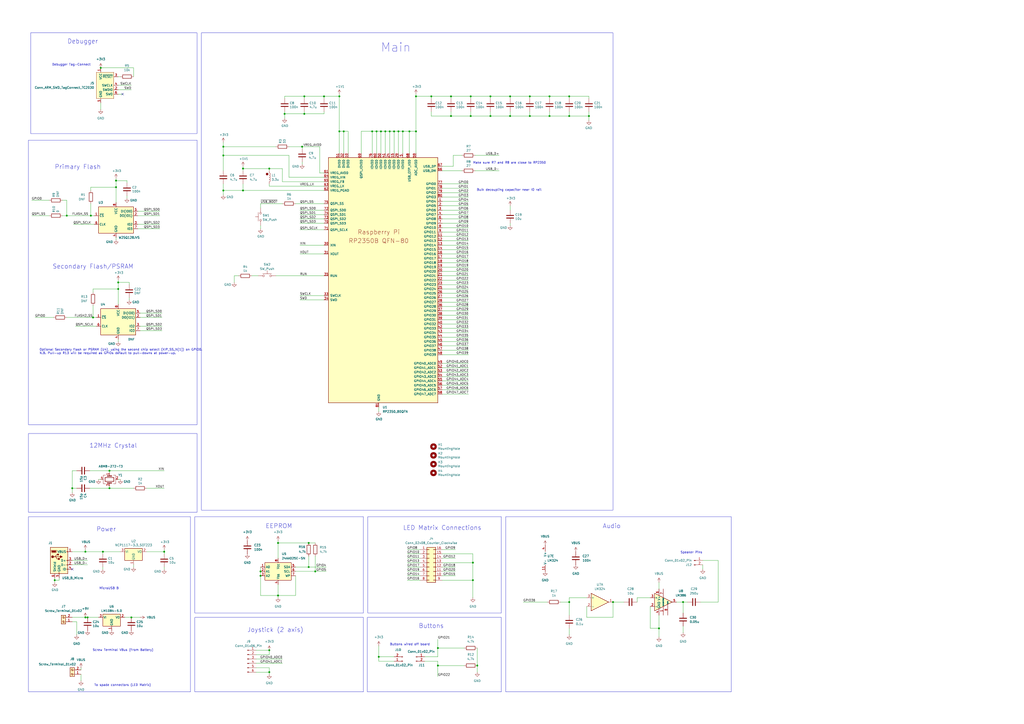
<source format=kicad_sch>
(kicad_sch (version 20250114) (generator "eeschema") (generator_version "9.0")
  (paper "A2")
  (title_block (title "RP2350B QFN80 Standalone Snake Game") (date "2024-01-03") (rev "REV2") (company "Raspberry Pi Ltd"))
  (rectangle (start 213.36 299.72) (end 290.83 355.6))
  (rectangle (start 293.37 299.72) (end 424.18 401.32))
  (rectangle (start 17.78 19.05) (end 114.3 77.47))
  (circle (center 154.94 100.965) (radius 0.635) (stroke (width 0) (color 132 0 0 1)) (fill (type color) (color 132 0 0 1)))
  (rectangle (start 113.03 299.72) (end 210.82 355.6))
  (rectangle (start 213.106 358.14) (end 290.83 401.32))
  (rectangle (start 16.51 81.28) (end 114.3 246.38))
  (rectangle (start 16.51 251.46) (end 114.3 297.18))
  (rectangle (start 116.84 19.05) (end 355.6 295.91))
  (rectangle (start 113.03 358.14) (end 210.82 401.32))
  (rectangle (start 16.51 299.72) (end 110.49 401.32))
  (text "Optional Secondary flash or PSRAM (U4), using the second chip select (XIP_SS_N[1]) on GPIO0.\nN.B. Pull-up R13 will be required as GPIOs default to pull-downs at power-up." (at 22.86 205.74 0) (effects (font (size 1.27 1.27)) (justify left bottom)))
  (text "12MHz Crystal" (at 51.816 260.096 0) (effects (font (size 2.54 2.54)) (justify left bottom)))
  (text "Buttons wired off board" (at 237.744 373.888 0) (effects (font (size 1.27 1.27))))
  (text "Audio" (at 354.838 305.308 0) (effects (font (size 2.54 2.54))))
  (text "To spade connectors (LED Matrix)" (at 71.12 397.51 0) (effects (font (size 1.27 1.27))))
  (text "LED Matrix Connections" (at 256.54 306.324 0) (effects (font (size 2.54 2.54))))
  (text "Buttons" (at 250.19 363.22 0) (effects (font (size 2.54 2.54))))
  (text "Speaker Pins" (at 401.066 320.548 0) (effects (font (size 1.27 1.27))))
  (text "Primary Flash" (at 31.75 98.425 0) (effects (font (size 2.54 2.54)) (justify left bottom)))
  (text "Bulk decoupling capacitor near IO rail" (at 295.402 110.236 0) (effects (font (size 1.27 1.27))))
  (text "Make sure R7 and R8 are close to RP2350\n" (at 274.32 95.25 0) (effects (font (size 1.27 1.27)) (justify left bottom)))
  (text "Screw Terminal VBus (From Battery)" (at 71.374 377.19 0) (effects (font (size 1.27 1.27))))
  (text "Main" (at 229.616 27.686 0) (effects (font (size 5.08 5.08))))
  (text "Secondary Flash/PSRAM" (at 30.48 156.21 0) (effects (font (size 2.54 2.54)) (justify left bottom)))
  (text "Joystick (2 axis)" (at 159.766 365.506 0) (effects (font (size 2.54 2.54))))
  (text "Debugger Tag-Connect" (at 41.402 37.592 0) (effects (font (size 1.27 1.27))))
  (text "Debugger" (at 48.006 24.13 0) (effects (font (size 2.54 2.54))))
  (text "MicroUSB B" (at 63.246 341.376 0) (effects (font (size 1.27 1.27))))
  (text "EEPROM" (at 161.798 305.308 0) (effects (font (size 2.54 2.54))))
  (text "Power" (at 55.88 308.61 0) (effects (font (size 2.54 2.54)) (justify left bottom)))
  (junction (at 140.97 110.49))
  (junction (at 330.2 349.25))
  (junction (at 161.29 345.44))
  (junction (at 318.77 55.88))
  (junction (at 129.54 110.49))
  (junction (at 241.3 76.2))
  (junction (at 215.9 76.2))
  (junction (at 341.63 67.31))
  (junction (at 179.07 314.96))
  (junction (at 151.13 334.01))
  (junction (at 196.85 76.2))
  (junction (at 176.53 66.04))
  (junction (at 241.3 55.88))
  (junction (at 218.44 76.2))
  (junction (at 49.53 320.04))
  (junction (at 49.53 358.14))
  (junction (at 31.75 336.55))
  (junction (at 41.91 283.21))
  (junction (at 68.58 163.83))
  (junction (at 273.05 67.31))
  (junction (at 284.48 67.31))
  (junction (at 151.13 331.47))
  (junction (at 179.07 328.93))
  (junction (at 231.14 76.2))
  (junction (at 176.53 55.88))
  (junction (at 228.6 76.2))
  (junction (at 250.19 55.88))
  (junction (at 330.2 67.31))
  (junction (at 129.54 85.09))
  (junction (at 254 375.92))
  (junction (at 382.27 364.49))
  (junction (at 307.34 67.31))
  (junction (at 226.06 76.2))
  (junction (at 261.62 55.88))
  (junction (at 67.31 104.775))
  (junction (at 220.98 76.2))
  (junction (at 284.48 55.88))
  (junction (at 175.26 85.09))
  (junction (at 196.85 55.88))
  (junction (at 67.31 108.585))
  (junction (at 233.68 76.2))
  (junction (at 274.32 336.55))
  (junction (at 274.32 326.39))
  (junction (at 318.77 67.31))
  (junction (at 53.975 184.15))
  (junction (at 76.2 358.14))
  (junction (at 330.2 55.88))
  (junction (at 254 386.08))
  (junction (at 182.88 331.47))
  (junction (at 63.5 273.05))
  (junction (at 59.69 320.04))
  (junction (at 187.96 55.88))
  (junction (at 161.29 314.96))
  (junction (at 396.24 349.25))
  (junction (at 156.21 377.19))
  (junction (at 156.21 389.89))
  (junction (at 261.62 67.31))
  (junction (at 63.5 283.21))
  (junction (at 50.8 358.14))
  (junction (at 219.71 381))
  (junction (at 276.86 386.08))
  (junction (at 295.91 55.88))
  (junction (at 68.58 167.64))
  (junction (at 58.42 39.37))
  (junction (at 156.21 97.79))
  (junction (at 295.91 67.31))
  (junction (at 199.39 76.2))
  (junction (at 307.34 55.88))
  (junction (at 52.705 125.095))
  (junction (at 237.49 76.2))
  (junction (at 355.6 349.25))
  (junction (at 140.97 97.79))
  (junction (at 38.735 125.095))
  (junction (at 95.25 320.04))
  (junction (at 273.05 55.88))
  (junction (at 223.52 76.2))
  (junction (at 165.1 66.04))
  (junction (at 129.54 90.17))
  (no_connect (at 71.12 54.61))
  (no_connect (at 41.91 330.2))
  (wire (pts (xy 246.38 383.54) (xy 254 383.54)))
  (wire (pts (xy 256.54 134.62) (xy 271.78 134.62)))
  (wire (pts (xy 129.54 106.68) (xy 129.54 110.49)))
  (wire (pts (xy 236.22 323.85) (xy 243.84 323.85)))
  (wire (pts (xy 406.4 349.25) (xy 416.56 349.25)))
  (wire (pts (xy 246.38 381) (xy 254 381)))
  (wire (pts (xy 256.54 127) (xy 271.78 127)))
  (wire (pts (xy 176.53 55.88) (xy 187.96 55.88)))
  (wire (pts (xy 129.54 90.17) (xy 167.64 90.17)))
  (wire (pts (xy 95.25 320.04) (xy 95.25 318.77)))
  (wire (pts (xy 254 392.43) (xy 254 386.08)))
  (wire (pts (xy 295.91 57.15) (xy 295.91 55.88)))
  (wire (pts (xy 295.91 64.77) (xy 295.91 67.31)))
  (wire (pts (xy 256.54 124.46) (xy 271.78 124.46)))
  (wire (pts (xy 129.54 110.49) (xy 129.54 113.03)))
  (wire (pts (xy 250.19 55.88) (xy 261.62 55.88)))
  (wire (pts (xy 228.6 76.2) (xy 231.14 76.2)))
  (wire (pts (xy 176.53 57.15) (xy 176.53 55.88)))
  (wire (pts (xy 187.96 133.35) (xy 173.99 133.35)))
  (wire (pts (xy 176.53 66.04) (xy 187.96 66.04)))
  (wire (pts (xy 36.195 125.095) (xy 38.735 125.095)))
  (wire (pts (xy 31.75 335.28) (xy 31.75 336.55)))
  (wire (pts (xy 74.93 163.83) (xy 68.58 163.83)))
  (wire (pts (xy 77.47 44.45) (xy 77.47 39.37)))
  (wire (pts (xy 165.1 64.77) (xy 165.1 66.04)))
  (wire (pts (xy 236.22 334.01) (xy 243.84 334.01)))
  (wire (pts (xy 256.54 336.55) (xy 274.32 336.55)))
  (wire (pts (xy 49.53 318.77) (xy 49.53 320.04)))
  (wire (pts (xy 256.54 96.52) (xy 262.89 96.52)))
  (wire (pts (xy 81.28 191.77) (xy 93.98 191.77)))
  (wire (pts (xy 256.54 228.6) (xy 271.78 228.6)))
  (wire (pts (xy 330.2 356.87) (xy 330.2 349.25)))
  (wire (pts (xy 256.54 321.31) (xy 274.32 321.31)))
  (wire (pts (xy 256.54 226.06) (xy 271.78 226.06)))
  (wire (pts (xy 274.32 336.55) (xy 274.32 346.71)))
  (wire (pts (xy 307.34 57.15) (xy 307.34 55.88)))
  (wire (pts (xy 187.96 171.45) (xy 173.99 171.45)))
  (wire (pts (xy 256.54 213.36) (xy 271.78 213.36)))
  (wire (pts (xy 182.88 331.47) (xy 189.23 331.47)))
  (wire (pts (xy 151.13 331.47) (xy 151.13 334.01)))
  (wire (pts (xy 52.07 283.21) (xy 63.5 283.21)))
  (wire (pts (xy 163.83 97.79) (xy 156.21 97.79)))
  (wire (pts (xy 284.48 57.15) (xy 284.48 55.88)))
  (wire (pts (xy 167.64 85.09) (xy 175.26 85.09)))
  (wire (pts (xy 129.54 85.09) (xy 160.02 85.09)))
  (wire (pts (xy 284.48 64.77) (xy 284.48 67.31)))
  (wire (pts (xy 175.26 85.09) (xy 185.42 85.09)))
  (wire (pts (xy 254 381) (xy 254 375.92)))
  (wire (pts (xy 330.2 346.71) (xy 330.2 349.25)))
  (wire (pts (xy 256.54 106.68) (xy 271.78 106.68)))
  (wire (pts (xy 236.22 321.31) (xy 243.84 321.31)))
  (wire (pts (xy 256.54 193.04) (xy 271.78 193.04)))
  (wire (pts (xy 148.59 377.19) (xy 156.21 377.19)))
  (wire (pts (xy 220.98 88.9) (xy 220.98 76.2)))
  (wire (pts (xy 68.58 44.45) (xy 69.85 44.45)))
  (wire (pts (xy 34.29 335.28) (xy 34.29 336.55)))
  (wire (pts (xy 256.54 180.34) (xy 271.78 180.34)))
  (wire (pts (xy 382.27 364.49) (xy 382.27 369.57)))
  (wire (pts (xy 241.3 76.2) (xy 241.3 88.9)))
  (wire (pts (xy 396.24 355.6) (xy 396.24 349.25)))
  (wire (pts (xy 151.13 118.11) (xy 151.13 120.65)))
  (wire (pts (xy 233.68 76.2) (xy 233.68 88.9)))
  (wire (pts (xy 52.705 118.11) (xy 52.705 125.095)))
  (wire (pts (xy 209.55 88.9) (xy 209.55 76.2)))
  (wire (pts (xy 256.54 334.01) (xy 264.16 334.01)))
  (wire (pts (xy 67.31 103.505) (xy 67.31 104.775)))
  (wire (pts (xy 18.415 116.205) (xy 28.575 116.205)))
  (wire (pts (xy 179.07 322.58) (xy 179.07 328.93)))
  (wire (pts (xy 318.77 55.88) (xy 330.2 55.88)))
  (wire (pts (xy 330.2 67.31) (xy 318.77 67.31)))
  (wire (pts (xy 41.91 358.14) (xy 49.53 358.14)))
  (wire (pts (xy 355.6 358.14) (xy 355.6 349.25)))
  (wire (pts (xy 223.52 76.2) (xy 226.06 76.2)))
  (wire (pts (xy 274.32 326.39) (xy 274.32 336.55)))
  (wire (pts (xy 41.91 327.66) (xy 50.8 327.66)))
  (wire (pts (xy 151.13 328.93) (xy 151.13 331.47)))
  (wire (pts (xy 256.54 154.94) (xy 271.78 154.94)))
  (wire (pts (xy 369.57 346.71) (xy 377.19 346.71)))
  (wire (pts (xy 295.91 67.31) (xy 284.48 67.31)))
  (wire (pts (xy 330.2 64.77) (xy 330.2 67.31)))
  (wire (pts (xy 355.6 349.25) (xy 361.95 349.25)))
  (wire (pts (xy 182.88 322.58) (xy 182.88 331.47)))
  (wire (pts (xy 196.85 55.88) (xy 196.85 76.2)))
  (wire (pts (xy 218.44 76.2) (xy 220.98 76.2)))
  (wire (pts (xy 167.64 90.17) (xy 167.64 102.87)))
  (wire (pts (xy 256.54 137.16) (xy 271.78 137.16)))
  (wire (pts (xy 171.45 345.44) (xy 161.29 345.44)))
  (wire (pts (xy 223.52 88.9) (xy 223.52 76.2)))
  (wire (pts (xy 52.705 108.585) (xy 67.31 108.585)))
  (wire (pts (xy 68.58 278.13) (xy 69.85 278.13)))
  (wire (pts (xy 68.58 167.64) (xy 68.58 176.53)))
  (wire (pts (xy 256.54 326.39) (xy 274.32 326.39)))
  (wire (pts (xy 220.98 76.2) (xy 223.52 76.2)))
  (wire (pts (xy 148.59 384.81) (xy 163.83 384.81)))
  (wire (pts (xy 59.69 321.31) (xy 59.69 320.04)))
  (wire (pts (xy 377.19 351.79) (xy 377.19 364.49)))
  (wire (pts (xy 256.54 175.26) (xy 271.78 175.26)))
  (wire (pts (xy 81.28 184.15) (xy 93.98 184.15)))
  (wire (pts (xy 138.43 160.02) (xy 135.89 160.02)))
  (wire (pts (xy 295.91 55.88) (xy 307.34 55.88)))
  (wire (pts (xy 392.43 349.25) (xy 396.24 349.25)))
  (wire (pts (xy 261.62 55.88) (xy 273.05 55.88)))
  (wire (pts (xy 52.705 110.49) (xy 52.705 108.585)))
  (wire (pts (xy 219.71 374.65) (xy 219.71 381)))
  (wire (pts (xy 129.54 110.49) (xy 140.97 110.49)))
  (wire (pts (xy 256.54 152.4) (xy 271.78 152.4)))
  (wire (pts (xy 156.21 107.95) (xy 187.96 107.95)))
  (wire (pts (xy 396.24 349.25) (xy 398.78 349.25)))
  (wire (pts (xy 261.62 64.77) (xy 261.62 67.31)))
  (wire (pts (xy 44.45 283.21) (xy 41.91 283.21)))
  (wire (pts (xy 256.54 129.54) (xy 271.78 129.54)))
  (wire (pts (xy 256.54 177.8) (xy 271.78 177.8)))
  (wire (pts (xy 161.29 314.96) (xy 161.29 323.85)))
  (wire (pts (xy 80.01 132.715) (xy 92.71 132.715)))
  (wire (pts (xy 140.97 96.52) (xy 140.97 97.79)))
  (wire (pts (xy 171.45 118.11) (xy 187.96 118.11)))
  (wire (pts (xy 165.1 57.15) (xy 165.1 55.88)))
  (wire (pts (xy 50.8 358.14) (xy 57.15 358.14)))
  (wire (pts (xy 219.71 381) (xy 219.71 383.54)))
  (wire (pts (xy 175.26 95.25) (xy 175.26 93.98)))
  (wire (pts (xy 156.21 107.95) (xy 156.21 106.68)))
  (wire (pts (xy 175.26 85.09) (xy 175.26 86.36)))
  (wire (pts (xy 76.2 49.53) (xy 68.58 49.53)))
  (wire (pts (xy 231.14 76.2) (xy 233.68 76.2)))
  (wire (pts (xy 236.22 336.55) (xy 243.84 336.55)))
  (wire (pts (xy 369.57 349.25) (xy 369.57 346.71)))
  (wire (pts (xy 256.54 187.96) (xy 271.78 187.96)))
  (wire (pts (xy 41.91 283.21) (xy 41.91 285.75)))
  (wire (pts (xy 67.31 137.795) (xy 67.31 139.065)))
  (wire (pts (xy 256.54 149.86) (xy 271.78 149.86)))
  (wire (pts (xy 396.24 363.22) (xy 396.24 367.03)))
  (wire (pts (xy 53.975 184.15) (xy 55.88 184.15)))
  (wire (pts (xy 275.59 99.06) (xy 289.56 99.06)))
  (wire (pts (xy 196.85 76.2) (xy 196.85 88.9)))
  (wire (pts (xy 163.83 105.41) (xy 163.83 97.79)))
  (wire (pts (xy 49.53 358.14) (xy 50.8 358.14)))
  (wire (pts (xy 256.54 198.12) (xy 271.78 198.12)))
  (wire (pts (xy 57.15 278.13) (xy 58.42 278.13)))
  (wire (pts (xy 416.56 325.12) (xy 407.67 325.12)))
  (wire (pts (xy 256.54 210.82) (xy 271.78 210.82)))
  (wire (pts (xy 303.53 349.25) (xy 317.5 349.25)))
  (wire (pts (xy 256.54 111.76) (xy 271.78 111.76)))
  (wire (pts (xy 151.13 345.44) (xy 161.29 345.44)))
  (wire (pts (xy 295.91 119.38) (xy 295.91 121.92)))
  (wire (pts (xy 256.54 170.18) (xy 271.78 170.18)))
  (wire (pts (xy 256.54 323.85) (xy 264.16 323.85)))
  (wire (pts (xy 254 370.84) (xy 254 375.92)))
  (wire (pts (xy 36.195 116.205) (xy 38.735 116.205)))
  (wire (pts (xy 256.54 119.38) (xy 271.78 119.38)))
  (wire (pts (xy 53.975 169.545) (xy 53.975 167.64)))
  (wire (pts (xy 49.53 320.04) (xy 59.69 320.04)))
  (wire (pts (xy 46.99 388.62) (xy 46.99 387.35)))
  (wire (pts (xy 67.31 108.585) (xy 67.31 117.475)))
  (wire (pts (xy 43.815 189.23) (xy 55.88 189.23)))
  (wire (pts (xy 165.1 66.04) (xy 165.1 68.58)))
  (wire (pts (xy 226.06 76.2) (xy 228.6 76.2)))
  (wire (pts (xy 256.54 121.92) (xy 271.78 121.92)))
  (wire (pts (xy 85.09 320.04) (xy 95.25 320.04)))
  (wire (pts (xy 340.36 358.14) (xy 355.6 358.14)))
  (wire (pts (xy 176.53 64.77) (xy 176.53 66.04)))
  (wire (pts (xy 330.2 55.88) (xy 341.63 55.88)))
  (wire (pts (xy 273.05 57.15) (xy 273.05 55.88)))
  (wire (pts (xy 67.31 104.775) (xy 67.31 108.585)))
  (wire (pts (xy 52.07 273.05) (xy 63.5 273.05)))
  (wire (pts (xy 179.07 328.93) (xy 189.23 328.93)))
  (wire (pts (xy 80.01 130.175) (xy 92.71 130.175)))
  (wire (pts (xy 173.99 142.24) (xy 187.96 142.24)))
  (wire (pts (xy 219.71 236.22) (xy 219.71 238.76)))
  (wire (pts (xy 382.27 337.82) (xy 382.27 341.63)))
  (wire (pts (xy 173.99 127) (xy 187.96 127)))
  (wire (pts (xy 41.91 273.05) (xy 41.91 283.21)))
  (wire (pts (xy 59.69 328.93) (xy 59.69 330.2)))
  (wire (pts (xy 46.99 391.16) (xy 46.99 394.97)))
  (wire (pts (xy 68.58 52.07) (xy 76.2 52.07)))
  (wire (pts (xy 201.93 76.2) (xy 201.93 88.9)))
  (wire (pts (xy 179.07 314.96) (xy 161.29 314.96)))
  (wire (pts (xy 215.9 88.9) (xy 215.9 76.2)))
  (wire (pts (xy 148.59 382.27) (xy 163.83 382.27)))
  (wire (pts (xy 165.1 55.88) (xy 176.53 55.88)))
  (wire (pts (xy 256.54 147.32) (xy 271.78 147.32)))
  (wire (pts (xy 42.545 130.175) (xy 54.61 130.175)))
  (wire (pts (xy 73.66 104.775) (xy 67.31 104.775)))
  (wire (pts (xy 256.54 185.42) (xy 271.78 185.42)))
  (wire (pts (xy 156.21 379.73) (xy 156.21 377.19)))
  (wire (pts (xy 341.63 57.15) (xy 341.63 55.88)))
  (wire (pts (xy 173.99 121.92) (xy 187.96 121.92)))
  (wire (pts (xy 330.2 364.49) (xy 330.2 368.3)))
  (wire (pts (xy 262.89 90.17) (xy 262.89 96.52)))
  (wire (pts (xy 76.2 358.14) (xy 81.28 358.14)))
  (wire (pts (xy 38.735 125.095) (xy 52.705 125.095)))
  (wire (pts (xy 68.58 196.85) (xy 68.58 198.12)))
  (wire (pts (xy 318.77 64.77) (xy 318.77 67.31)))
  (wire (pts (xy 241.3 54.61) (xy 241.3 55.88)))
  (wire (pts (xy 318.77 57.15) (xy 318.77 55.88)))
  (wire (pts (xy 173.99 124.46) (xy 187.96 124.46)))
  (wire (pts (xy 68.58 163.83) (xy 68.58 167.64)))
  (wire (pts (xy 173.99 129.54) (xy 187.96 129.54)))
  (wire (pts (xy 63.5 281.94) (xy 63.5 283.21)))
  (wire (pts (xy 330.2 57.15) (xy 330.2 55.88)))
  (wire (pts (xy 254 383.54) (xy 254 386.08)))
  (wire (pts (xy 68.58 54.61) (xy 71.12 54.61)))
  (wire (pts (xy 273.05 55.88) (xy 284.48 55.88)))
  (wire (pts (xy 146.05 160.02) (xy 149.86 160.02)))
  (wire (pts (xy 341.63 67.31) (xy 330.2 67.31)))
  (wire (pts (xy 73.66 106.045) (xy 73.66 104.775)))
  (wire (pts (xy 256.54 165.1) (xy 271.78 165.1)))
  (wire (pts (xy 187.96 55.88) (xy 196.85 55.88)))
  (wire (pts (xy 276.86 386.08) (xy 276.86 389.89)))
  (wire (pts (xy 307.34 55.88) (xy 318.77 55.88)))
  (wire (pts (xy 58.42 59.69) (xy 58.42 63.5)))
  (wire (pts (xy 140.97 110.49) (xy 187.96 110.49)))
  (wire (pts (xy 148.59 379.73) (xy 156.21 379.73)))
  (wire (pts (xy 382.27 356.87) (xy 382.27 364.49)))
  (wire (pts (xy 318.77 67.31) (xy 307.34 67.31)))
  (wire (pts (xy 254 375.92) (xy 269.24 375.92)))
  (wire (pts (xy 295.91 129.54) (xy 295.91 130.81)))
  (wire (pts (xy 179.07 314.96) (xy 182.88 314.96)))
  (wire (pts (xy 256.54 215.9) (xy 271.78 215.9)))
  (wire (pts (xy 377.19 364.49) (xy 382.27 364.49)))
  (wire (pts (xy 241.3 55.88) (xy 250.19 55.88)))
  (wire (pts (xy 236.22 328.93) (xy 243.84 328.93)))
  (wire (pts (xy 161.29 313.69) (xy 161.29 314.96)))
  (wire (pts (xy 140.97 106.68) (xy 140.97 110.49)))
  (wire (pts (xy 148.59 389.89) (xy 156.21 389.89)))
  (wire (pts (xy 340.36 346.71) (xy 330.2 346.71)))
  (wire (pts (xy 34.29 336.55) (xy 31.75 336.55)))
  (wire (pts (xy 185.42 85.09) (xy 185.42 100.33)))
  (wire (pts (xy 307.34 64.77) (xy 307.34 67.31)))
  (wire (pts (xy 53.975 177.165) (xy 53.975 184.15)))
  (wire (pts (xy 187.96 173.99) (xy 173.99 173.99)))
  (wire (pts (xy 262.89 90.17) (xy 267.97 90.17)))
  (wire (pts (xy 256.54 218.44) (xy 271.78 218.44)))
  (wire (pts (xy 256.54 157.48) (xy 271.78 157.48)))
  (wire (pts (xy 163.83 118.11) (xy 151.13 118.11)))
  (wire (pts (xy 20.32 184.15) (xy 31.115 184.15)))
  (wire (pts (xy 199.39 76.2) (xy 201.93 76.2)))
  (wire (pts (xy 63.5 283.21) (xy 77.47 283.21)))
  (wire (pts (xy 274.32 321.31) (xy 274.32 326.39)))
  (wire (pts (xy 68.58 162.56) (xy 68.58 163.83)))
  (wire (pts (xy 185.42 100.33) (xy 187.96 100.33)))
  (wire (pts (xy 218.44 88.9) (xy 218.44 76.2)))
  (wire (pts (xy 44.45 360.68) (xy 44.45 368.3)))
  (wire (pts (xy 151.13 130.81) (xy 151.13 132.715)))
  (wire (pts (xy 156.21 387.35) (xy 156.21 389.89)))
  (wire (pts (xy 273.05 64.77) (xy 273.05 67.31)))
  (wire (pts (xy 44.45 273.05) (xy 41.91 273.05)))
  (wire (pts (xy 256.54 205.74) (xy 271.78 205.74)))
  (wire (pts (xy 38.735 116.205) (xy 38.735 125.095)))
  (wire (pts (xy 171.45 334.01) (xy 171.45 345.44)))
  (wire (pts (xy 275.59 90.17) (xy 289.56 90.17)))
  (wire (pts (xy 219.71 383.54) (xy 228.6 383.54)))
  (wire (pts (xy 256.54 167.64) (xy 271.78 167.64)))
  (wire (pts (xy 231.14 88.9) (xy 231.14 76.2)))
  (wire (pts (xy 161.29 345.44) (xy 161.29 339.09)))
  (wire (pts (xy 196.85 54.61) (xy 196.85 55.88)))
  (wire (pts (xy 72.39 358.14) (xy 76.2 358.14)))
  (wire (pts (xy 129.54 85.09) (xy 129.54 90.17)))
  (wire (pts (xy 171.45 331.47) (xy 182.88 331.47)))
  (wire (pts (xy 256.54 162.56) (xy 271.78 162.56)))
  (wire (pts (xy 140.97 97.79) (xy 156.21 97.79)))
  (wire (pts (xy 237.49 88.9) (xy 237.49 76.2)))
  (wire (pts (xy 236.22 331.47) (xy 243.84 331.47)))
  (wire (pts (xy 236.22 318.77) (xy 243.84 318.77)))
  (wire (pts (xy 341.63 67.31) (xy 341.63 69.85)))
  (wire (pts (xy 237.49 76.2) (xy 241.3 76.2)))
  (wire (pts (xy 233.68 76.2) (xy 237.49 76.2)))
  (wire (pts (xy 256.54 190.5) (xy 271.78 190.5)))
  (wire (pts (xy 273.05 67.31) (xy 261.62 67.31)))
  (wire (pts (xy 284.48 67.31) (xy 273.05 67.31)))
  (wire (pts (xy 256.54 331.47) (xy 264.16 331.47)))
  (wire (pts (xy 276.86 375.92) (xy 276.86 386.08)))
  (wire (pts (xy 63.5 273.05) (xy 95.25 273.05)))
  (wire (pts (xy 256.54 132.08) (xy 271.78 132.08)))
  (wire (pts (xy 407.67 327.66) (xy 407.67 330.2)))
  (wire (pts (xy 129.54 82.55) (xy 129.54 85.09)))
  (wire (pts (xy 156.21 97.79) (xy 156.21 99.06)))
  (wire (pts (xy 215.9 76.2) (xy 218.44 76.2)))
  (wire (pts (xy 330.2 349.25) (xy 325.12 349.25)))
  (wire (pts (xy 256.54 200.66) (xy 271.78 200.66)))
  (wire (pts (xy 226.06 88.9) (xy 226.06 76.2)))
  (wire (pts (xy 77.47 39.37) (xy 58.42 39.37)))
  (wire (pts (xy 151.13 334.01) (xy 151.13 345.44)))
  (wire (pts (xy 256.54 203.2) (xy 271.78 203.2)))
  (wire (pts (xy 250.19 57.15) (xy 250.19 55.88)))
  (wire (pts (xy 77.47 327.66) (xy 77.47 328.93)))
  (wire (pts (xy 236.22 326.39) (xy 243.84 326.39)))
  (wire (pts (xy 256.54 182.88) (xy 271.78 182.88)))
  (wire (pts (xy 256.54 172.72) (xy 271.78 172.72)))
  (wire (pts (xy 41.91 325.12) (xy 50.8 325.12)))
  (wire (pts (xy 187.96 57.15) (xy 187.96 55.88)))
  (wire (pts (xy 256.54 114.3) (xy 271.78 114.3)))
  (wire (pts (xy 256.54 144.78) (xy 271.78 144.78)))
  (wire (pts (xy 256.54 160.02) (xy 271.78 160.02)))
  (wire (pts (xy 95.25 321.31) (xy 95.25 320.04)))
  (wire (pts (xy 307.34 67.31) (xy 295.91 67.31)))
  (wire (pts (xy 256.54 116.84) (xy 271.78 116.84)))
  (wire (pts (xy 165.1 66.04) (xy 176.53 66.04)))
  (wire (pts (xy 209.55 76.2) (xy 215.9 76.2)))
  (wire (pts (xy 148.59 387.35) (xy 156.21 387.35)))
  (wire (pts (xy 52.705 125.095) (xy 54.61 125.095)))
  (wire (pts (xy 256.54 195.58) (xy 271.78 195.58)))
  (wire (pts (xy 167.64 102.87) (xy 187.96 102.87)))
  (wire (pts (xy 41.91 320.04) (xy 49.53 320.04)))
  (wire (pts (xy 199.39 76.2) (xy 196.85 76.2)))
  (wire (pts (xy 69.85 320.04) (xy 59.69 320.04)))
  (wire (pts (xy 340.36 351.79) (xy 340.36 358.14)))
  (wire (pts (xy 228.6 76.2) (xy 228.6 88.9)))
  (wire (pts (xy 187.96 105.41) (xy 163.83 105.41)))
  (wire (pts (xy 74.93 165.1) (xy 74.93 163.83)))
  (wire (pts (xy 31.75 336.55) (xy 31.75 337.82)))
  (wire (pts (xy 219.71 381) (xy 228.6 381)))
  (wire (pts (xy 95.25 328.93) (xy 95.25 330.2)))
  (wire (pts (xy 261.62 57.15) (xy 261.62 55.88)))
  (wire (pts (xy 74.93 172.72) (xy 74.93 173.99)))
  (wire (pts (xy 81.28 189.23) (xy 93.98 189.23)))
  (wire (pts (xy 161.29 346.71) (xy 161.29 345.44)))
  (wire (pts (xy 256.54 99.06) (xy 267.97 99.06)))
  (wire (pts (xy 261.62 67.31) (xy 250.19 67.31)))
  (wire (pts (xy 171.45 328.93) (xy 179.07 328.93)))
  (wire (pts (xy 135.89 160.02) (xy 135.89 163.83)))
  (wire (pts (xy 250.19 64.77) (xy 250.19 67.31)))
  (wire (pts (xy 63.5 274.32) (xy 63.5 273.05)))
  (wire (pts (xy 241.3 55.88) (xy 241.3 76.2)))
  (wire (pts (xy 254 386.08) (xy 269.24 386.08)))
  (wire (pts (xy 140.97 99.06) (xy 140.97 97.79)))
  (wire (pts (xy 256.54 139.7) (xy 271.78 139.7)))
  (wire (pts (xy 256.54 109.22) (xy 271.78 109.22)))
  (wire (pts (xy 256.54 220.98) (xy 271.78 220.98)))
  (wire (pts (xy 264.16 318.77) (xy 256.54 318.77)))
  (wire (pts (xy 256.54 328.93) (xy 264.16 328.93)))
  (wire (pts (xy 53.975 167.64) (xy 68.58 167.64)))
  (wire (pts (xy 416.56 349.25) (xy 416.56 325.12)))
  (wire (pts (xy 85.09 283.21) (xy 95.25 283.21)))
  (wire (pts (xy 256.54 223.52) (xy 271.78 223.52)))
  (wire (pts (xy 80.01 122.555) (xy 92.71 122.555)))
  (wire (pts (xy 81.28 181.61) (xy 93.98 181.61)))
  (wire (pts (xy 284.48 55.88) (xy 295.91 55.88)))
  (wire (pts (xy 187.96 147.32) (xy 173.99 147.32)))
  (wire (pts (xy 18.415 125.095) (xy 28.575 125.095)))
  (wire (pts (xy 156.21 389.89) (xy 156.21 391.16)))
  (wire (pts (xy 80.01 125.095) (xy 92.71 125.095)))
  (wire (pts (xy 187.96 66.04) (xy 187.96 64.77)))
  (wire (pts (xy 129.54 90.17) (xy 129.54 99.06)))
  (wire (pts (xy 199.39 88.9) (xy 199.39 76.2)))
  (wire (pts (xy 160.02 160.02) (xy 187.96 160.02)))
  (wire (pts (xy 341.63 64.77) (xy 341.63 67.31)))
  (wire (pts (xy 41.91 360.68) (xy 44.45 360.68)))
  (wire (pts (xy 38.735 184.15) (xy 53.975 184.15)))
  (wire (pts (xy 73.66 113.665) (xy 73.66 114.935)))
  (wire (pts (xy 256.54 142.24) (xy 271.78 142.24)))
  (label "XIN" (at 173.99 142.24 0))
  (label "SWCLK" (at 76.2 49.53 180))
  (label "USB_D+" (at 289.56 90.17 180))
  (label "GPIO33" (at 271.78 190.5 180))
  (label "GPIO40_ADC0" (at 271.78 210.82 180))
  (label "GPIO32" (at 271.78 187.96 180))
  (label "GPIO45_ADC5" (at 271.78 223.52 180))
  (label "GPIO13" (at 236.22 326.39 0))
  (label "GPIO41_ADC1" (at 271.78 213.36 180))
  (label "XOUT" (at 173.99 147.32 0))
  (label "GPIO9" (at 264.16 318.77 180))
  (label "GPIO18" (at 271.78 152.4 180))
  (label "GPIO11" (at 236.22 323.85 0))
  (label "FLASH2_SS" (at 43.18 184.15 0))
  (label "~{USB_BOOT}" (at 151.13 118.11 0))
  (label "GPIO21" (at 254 370.84 0))
  (label "GPIO12" (at 271.78 137.16 180))
  (label "GPIO8" (at 271.78 127 180))
  (label "QSPI_SD2" (at 92.71 130.175 180))
  (label "GPIO14" (at 236.22 334.01 0))
  (label "GPIO3" (at 271.78 114.3 180))
  (label "GPIO0" (at 18.415 116.205 0))
  (label "GPIO25" (at 271.78 170.18 180))
  (label "GPIO10" (at 236.22 321.31 0))
  (label "GPIO13" (at 271.78 139.7 180))
  (label "GPIO36" (at 271.78 198.12 180))
  (label "GPIO2" (at 271.78 111.76 180))
  (label "XIN" (at 95.25 273.05 180))
  (label "GPIO38" (at 271.78 203.2 180))
  (label "GPIO18" (at 264.16 328.93 180))
  (label "RUN" (at 173.99 160.02 0))
  (label "GPIO16" (at 271.78 147.32 180))
  (label "SWD" (at 76.2 52.07 180))
  (label "QSPI_SD0" (at 173.99 121.92 0))
  (label "GPIO5" (at 271.78 119.38 180))
  (label "QSPI_SD0" (at 92.71 122.555 180))
  (label "GPIO43_ADC3" (at 271.78 218.44 180))
  (label "QSPI_SS" (at 173.99 118.11 0))
  (label "SWCLK" (at 173.99 171.45 0))
  (label "GPIO1" (at 271.78 109.22 180))
  (label "GPIO21" (at 271.78 160.02 180))
  (label "QSPI_SD2" (at 93.98 189.23 180))
  (label "GPIO35" (at 271.78 195.58 180))
  (label "GPIO37" (at 271.78 200.66 180))
  (label "GPIO20" (at 271.78 157.48 180))
  (label "GPIO7" (at 271.78 124.46 180))
  (label "QSPI_SD3" (at 92.71 132.715 180))
  (label "XOUT" (at 95.25 283.21 180))
  (label "GPIO41_ADC1" (at 163.83 384.81 180))
  (label "GPIO17" (at 271.78 149.86 180))
  (label "GPIO47_ADC7" (at 271.78 228.6 180))
  (label "GPIO39" (at 271.78 205.74 180))
  (label "QSPI_SS" (at 18.415 125.095 0))
  (label "GPIO29" (at 271.78 180.34 180))
  (label "QSPI_SD0" (at 93.98 181.61 180))
  (label "QSPI_SD2" (at 173.99 127 0))
  (label "FLASH_SS" (at 41.91 125.095 0))
  (label "USB_D+" (at 50.8 325.12 180))
  (label "VREG_LX" (at 173.99 107.95 0))
  (label "GPIO6" (at 271.78 121.92 180))
  (label "GPIO20" (at 264.16 331.47 180))
  (label "GPIO42_ADC2" (at 271.78 215.9 180))
  (label "GPIO31" (at 271.78 185.42 180))
  (label "USB_D-" (at 289.56 99.06 180))
  (label "GPIO10" (at 271.78 132.08 180))
  (label "QSPI_SCLK" (at 43.815 189.23 0))
  (label "GPIO28" (at 271.78 177.8 180))
  (label "GPIO0" (at 271.78 106.68 180))
  (label "QSPI_SD1" (at 93.98 184.15 180))
  (label "GPIO17" (at 236.22 328.93 0))
  (label "GPIO14" (at 271.78 142.24 180))
  (label "VREG_AVDD" (at 175.895 85.09 0))
  (label "GPIO23" (at 271.78 165.1 180))
  (label "GPIO16" (at 236.22 336.55 0))
  (label "GPIO8" (at 236.22 318.77 0))
  (label "USB_D-" (at 50.8 327.66 180))
  (label "GPIO40_ADC0" (at 163.83 382.27 180))
  (label "GPIO15" (at 271.78 144.78 180))
  (label "GPIO9" (at 271.78 129.54 180))
  (label "GPIO27" (at 271.78 175.26 180))
  (label "GPIO4" (at 189.23 328.93 180))
  (label "QSPI_SD1" (at 173.99 124.46 0))
  (label "GPIO44_ADC4" (at 271.78 220.98 180))
  (label "GPIO30" (at 271.78 182.88 180))
  (label "GPIO5" (at 189.23 331.47 180))
  (label "QSPI_SD3" (at 93.98 191.77 180))
  (label "QSPI_SCLK" (at 173.99 133.35 0))
  (label "QSPI_SCLK" (at 42.545 130.175 0))
  (label "GPIO34" (at 271.78 193.04 180))
  (label "GPIO12" (at 264.16 323.85 180))
  (label "GPIO22" (at 271.78 162.56 180))
  (label "GPIO46_ADC6" (at 271.78 226.06 180))
  (label "GPIO15" (at 264.16 334.01 180))
  (label "GPIO0" (at 20.32 184.15 0))
  (label "GPIO11" (at 271.78 134.62 180))
  (label "GPIO22" (at 254 392.43 0))
  (label "QSPI_SD1" (at 92.71 125.095 180))
  (label "GPIO36" (at 303.53 349.25 0))
  (label "SWD" (at 173.99 173.99 0))
  (label "GPIO24" (at 271.78 167.64 180))
  (label "GPIO19" (at 236.22 331.47 0))
  (label "GPIO4" (at 271.78 116.84 180))
  (label "QSPI_SD3" (at 173.99 129.54 0))
  (label "GPIO19" (at 271.78 154.94 180))
  (label "GPIO26" (at 271.78 172.72 180))
  (symbol (lib_id "Device:C") (at 48.26 273.05 270) (unit 1)
    (property "Reference" "C3" (at 49.4284 275.971 0) (effects (justify left)))
    (property "Value" "15p" (at 47.117 275.971 0) (effects (justify left)))
    (property "Footprint" "Capacitor_SMD:C_0402_1005Metric" (effects (hide yes)))
  )
  (symbol (lib_id "Device:C") (at 48.26 283.21 270) (unit 1)
    (property "Reference" "C4" (at 49.4284 286.131 0) (effects (justify left)))
    (property "Value" "15p" (at 47.117 286.131 0) (effects (justify left)))
    (property "Footprint" "Capacitor_SMD:C_0402_1005Metric" (effects (hide yes)))
  )
  (symbol (lib_id "power:GND") (at 41.91 285.75 0) (unit 1)
    (property "Reference" "#PWR08" (effects (hide yes)))
    (property "Value" "GND" (at 42.037 290.1442 0))
  )
  (symbol (lib_id "Memory_Flash:W25Q128JVS") (at 67.31 127.635 0) (unit 1)
    (property "Reference" "U3" (at 58.42 117.475 0))
    (property "Value" "W25Q128JVS" (at 74.93 137.795 0))
    (property "Footprint" "Package_SO:SOIC-8_5.23x5.23mm_P1.27mm" (effects (hide yes)))
    (property "Datasheet" "http://www.winbond.com/resource-files/w25q128jv_dtr%20revc%2003272018%20plus.pdf" (effects (hide yes)))
  )
  (symbol (lib_id "power:+3V3") (at 67.31 103.505 0) (unit 1)
    (property "Reference" "#PWR04" (effects (hide yes)))
    (property "Value" "+3V3" (at 67.691 99.1108 0))
  )
  (symbol (lib_id "power:GND") (at 67.31 139.065 0) (unit 1)
    (property "Reference" "#PWR05" (effects (hide yes)))
    (property "Value" "GND" (at 63.5 140.335 0))
  )
  (symbol (lib_id "Device:R") (at 52.705 114.3 0) (mirror y) (unit 1)
    (property "Reference" "R1" (at 49.53 113.03 0) (effects (justify left)))
    (property "Value" "DNF" (at 49.53 115.57 0) (effects (justify left)))
    (property "Footprint" "Resistor_SMD:R_0402_1005Metric" (effects (hide yes)))
  )
  (symbol (lib_id "Device:C") (at 73.66 109.855 0) (unit 1)
    (property "Reference" "C2" (at 76.581 108.6866 0) (effects (justify left)))
    (property "Value" "100n" (at 76.581 110.998 0) (effects (justify left)))
    (property "Footprint" "Capacitor_SMD:C_0402_1005Metric" (effects (hide yes)))
  )
  (symbol (lib_id "power:GND") (at 73.66 114.935 0) (unit 1)
    (property "Reference" "#PWR06" (effects (hide yes)))
    (property "Value" "GND" (at 77.47 116.205 0))
  )
  (symbol (lib_id "Connector:USB_B_Micro") (at 34.29 325.12 0) (unit 1)
    (property "Reference" "J1" (at 30.48 314.96 0) (effects (justify right)))
    (property "Value" "USB_B_Micro" (at 48.26 335.28 0) (effects (justify right)))
    (property "Footprint" "Connector_USB:USB_Micro-B_Amphenol_10103594-0001LF_Horizontal" (effects (hide yes)))
  )
  (symbol (lib_id "power:GND") (at 219.71 238.76 0) (unit 1)
    (property "Reference" "#PWR021" (effects (hide yes)))
    (property "Value" "GND" (at 219.837 243.1542 0))
  )
  (symbol (lib_id "Device:R") (at 271.78 90.17 270) (unit 1)
    (property "Reference" "R7" (at 271.78 84.9122 90))
    (property "Value" "27" (at 271.78 87.2236 90))
    (property "Footprint" "Resistor_SMD:R_0402_1005Metric" (effects (hide yes)))
  )
  (symbol (lib_id "Device:R") (at 271.78 99.06 270) (unit 1)
    (property "Reference" "R8" (at 271.78 93.8022 90))
    (property "Value" "27" (at 271.78 96.1136 90))
    (property "Footprint" "Resistor_SMD:R_0402_1005Metric" (effects (hide yes)))
  )
  (symbol (lib_id "power:GND") (at 31.75 337.82 0) (unit 1)
    (property "Reference" "#PWR01" (effects (hide yes)))
    (property "Value" "GND" (at 31.877 342.2142 0))
  )
  (symbol (lib_id "power:+3V3") (at 241.3 54.61 0) (unit 1)
    (property "Reference" "#PWR022" (effects (hide yes)))
    (property "Value" "+3V3" (at 241.681 50.2158 0))
  )
  (symbol (lib_id "Device:C") (at 273.05 60.96 0) (unit 1)
    (property "Reference" "C14" (at 275.971 59.7916 0) (effects (justify left)))
    (property "Value" "100n" (at 275.971 62.103 0) (effects (justify left)))
    (property "Footprint" "Capacitor_SMD:C_0402_1005Metric" (effects (hide yes)))
  )
  (symbol (lib_id "Device:C") (at 284.48 60.96 0) (unit 1)
    (property "Reference" "C15" (at 287.401 59.7916 0) (effects (justify left)))
    (property "Value" "100n" (at 287.401 62.103 0) (effects (justify left)))
    (property "Footprint" "Capacitor_SMD:C_0402_1005Metric" (effects (hide yes)))
  )
  (symbol (lib_id "Device:C") (at 295.91 60.96 0) (unit 1)
    (property "Reference" "C16" (at 298.831 59.7916 0) (effects (justify left)))
    (property "Value" "100n" (at 298.831 62.103 0) (effects (justify left)))
    (property "Footprint" "Capacitor_SMD:C_0402_1005Metric" (effects (hide yes)))
  )
  (symbol (lib_id "Device:C") (at 307.34 60.96 0) (unit 1)
    (property "Reference" "C17" (at 310.261 59.7916 0) (effects (justify left)))
    (property "Value" "100n" (at 310.261 62.103 0) (effects (justify left)))
    (property "Footprint" "Capacitor_SMD:C_0402_1005Metric" (effects (hide yes)))
  )
  (symbol (lib_id "Device:C") (at 318.77 60.96 0) (unit 1)
    (property "Reference" "C18" (at 321.691 59.7916 0) (effects (justify left)))
    (property "Value" "100n" (at 321.691 62.103 0) (effects (justify left)))
    (property "Footprint" "Capacitor_SMD:C_0402_1005Metric" (effects (hide yes)))
  )
  (symbol (lib_id "Device:C") (at 330.2 60.96 0) (unit 1)
    (property "Reference" "C20" (at 333.121 59.7916 0) (effects (justify left)))
    (property "Value" "100n" (at 333.121 62.103 0) (effects (justify left)))
    (property "Footprint" "Capacitor_SMD:C_0402_1005Metric" (effects (hide yes)))
  )
  (symbol (lib_id "Mechanical:MountingHole") (at 251.46 259.08 0) (unit 1)
    (property "Reference" "H1" (at 254 257.9116 0) (effects (justify left)))
    (property "Value" "MountingHole" (at 254 260.223 0) (effects (justify left)))
    (property "Footprint" "MountingHole:MountingHole_2.7mm_M2.5" (effects (hide yes)))
  )
  (symbol (lib_id "Mechanical:MountingHole") (at 251.46 264.16 0) (unit 1)
    (property "Reference" "H2" (at 254 262.9916 0) (effects (justify left)))
    (property "Value" "MountingHole" (at 254 265.303 0) (effects (justify left)))
    (property "Footprint" "MountingHole:MountingHole_2.7mm_M2.5" (effects (hide yes)))
  )
  (symbol (lib_id "Mechanical:MountingHole") (at 251.46 269.24 0) (unit 1)
    (property "Reference" "H3" (at 254 268.0716 0) (effects (justify left)))
    (property "Value" "MountingHole" (at 254 270.383 0) (effects (justify left)))
    (property "Footprint" "MountingHole:MountingHole_2.7mm_M2.5" (effects (hide yes)))
  )
  (symbol (lib_id "Mechanical:MountingHole") (at 251.46 274.32 0) (unit 1)
    (property "Reference" "H4" (at 254 273.1516 0) (effects (justify left)))
    (property "Value" "MountingHole" (at 254 275.463 0) (effects (justify left)))
    (property "Footprint" "MountingHole:MountingHole_2.7mm_M2.5" (effects (hide yes)))
  )
  (symbol (lib_id "Regulator_Linear:NCP1117-3.3_SOT223") (at 77.47 320.04 0) (unit 1)
    (property "Reference" "U2" (at 77.47 313.8932 0))
    (property "Value" "NCP1117-3.3_SOT223" (at 77.47 316.2046 0))
    (property "Footprint" "Package_TO_SOT_SMD:SOT-223-3_TabPin2" (effects (hide yes)))
    (property "Datasheet" "http://www.onsemi.com/pub_link/Collateral/NCP1117-D.PDF" (effects (hide yes)))
  )
  (symbol (lib_id "power:VBUS") (at 49.53 318.77 0) (unit 1)
    (property "Reference" "#PWR02" (effects (hide yes)))
    (property "Value" "VBUS" (at 49.911 314.3758 0))
  )
  (symbol (lib_id "power:GND") (at 77.47 328.93 0) (unit 1)
    (property "Reference" "#PWR07" (effects (hide yes)))
    (property "Value" "GND" (at 73.66 330.2 0))
  )
  (symbol (lib_id "power:+3V3") (at 95.25 318.77 0) (unit 1)
    (property "Reference" "#PWR010" (effects (hide yes)))
    (property "Value" "+3V3" (at 95.631 314.3758 0))
  )
  (symbol (lib_id "Device:C") (at 59.69 325.12 0) (unit 1)
    (property "Reference" "C1" (at 62.611 323.9516 0) (effects (justify left)))
    (property "Value" "10u" (at 62.611 326.263 0) (effects (justify left)))
    (property "Footprint" "Capacitor_SMD:C_0805_2012Metric" (effects (hide yes)))
  )
  (symbol (lib_id "Device:C") (at 95.25 325.12 0) (unit 1)
    (property "Reference" "C5" (at 98.171 323.9516 0) (effects (justify left)))
    (property "Value" "10u" (at 98.171 326.263 0) (effects (justify left)))
    (property "Footprint" "Capacitor_SMD:C_0805_2012Metric" (effects (hide yes)))
  )
  (symbol (lib_id "power:GND") (at 59.69 330.2 0) (unit 1)
    (property "Reference" "#PWR03" (effects (hide yes)))
    (property "Value" "GND" (at 55.88 331.47 0))
  )
  (symbol (lib_id "power:GND") (at 95.25 330.2 0) (unit 1)
    (property "Reference" "#PWR011" (effects (hide yes)))
    (property "Value" "GND" (at 91.44 331.47 0))
  )
  (symbol (lib_id "Device:R") (at 81.28 283.21 270) (unit 1)
    (property "Reference" "R2" (at 81.28 277.9522 90))
    (property "Value" "1k" (at 81.28 280.2636 90))
    (property "Footprint" "Resistor_SMD:R_0402_1005Metric" (effects (hide yes)))
  )
  (symbol (lib_id "Device:Crystal_GND24") (at 63.5 278.13 270) (unit 1)
    (property "Reference" "Y1" (at 68.58 275.59 90) (effects (justify left)))
    (property "Value" "ABM8-272-T3" (at 57.15 270.51 90) (effects (justify left)))
    (property "Footprint" "Crystal:Crystal_SMD_3225-4Pin_3.2x2.5mm" (effects (hide yes)))
  )
  (symbol (lib_id "power:+3V3") (at 295.91 119.38 0) (unit 1)
    (property "Reference" "#PWR023" (effects (hide yes)))
    (property "Value" "+3V3" (at 296.291 114.9858 0))
  )
  (symbol (lib_id "Device:C") (at 295.91 125.73 0) (unit 1)
    (property "Reference" "C19" (at 298.831 124.5616 0) (effects (justify left)))
    (property "Value" "10u" (at 298.831 126.873 0) (effects (justify left)))
    (property "Footprint" "Capacitor_SMD:C_0805_2012Metric" (effects (hide yes)))
  )
  (symbol (lib_id "power:GND") (at 295.91 130.81 0) (unit 1)
    (property "Reference" "#PWR024" (effects (hide yes)))
    (property "Value" "GND" (at 292.1 132.08 0))
  )
  (symbol (lib_id "power:+3V3") (at 68.58 162.56 0) (unit 1)
    (property "Reference" "#PWR029" (effects (hide yes)))
    (property "Value" "+3V3" (at 68.961 158.1658 0))
  )
  (symbol (lib_id "Device:C") (at 74.93 168.91 0) (unit 1)
    (property "Reference" "C22" (at 77.851 167.7416 0) (effects (justify left)))
    (property "Value" "DNF" (at 77.851 170.053 0) (effects (justify left)))
    (property "Footprint" "Capacitor_SMD:C_0402_1005Metric" (effects (hide yes)))
  )
  (symbol (lib_id "power:+9V") (at 49.53 358.14 0) (unit 1)
    (property "Reference" "#PWR060" (effects (hide yes)))
    (property "Value" "+9V" (at 49.53 353.06 0))
    (property "Description" "Power symbol creates a global label with name \"+9V\"" (effects (hide yes)))
  )
  (symbol (lib_id "Amplifier_Audio:LM386") (at 384.81 349.25 0) (unit 1)
    (property "Reference" "U8" (at 394.97 342.8298 0))
    (property "Value" "LM386" (at 394.97 345.3698 0))
    (property "Footprint" "Package_SO:SOIC-8_3.9x4.9mm_P1.27mm" (effects (hide yes)))
    (property "Datasheet" "http://www.ti.com/lit/ds/symlink/lm386.pdf" (effects (hide yes)))
    (property "Description" "Low Voltage Audio Power Amplifier, DIP-8/SOIC-8/SSOP-8" (effects (hide yes)))
  )
  (symbol (lib_id "power:GND") (at 151.13 132.715 0) (unit 1)
    (property "Reference" "#PWR017" (effects (hide yes)))
    (property "Value" "GND" (at 151.257 137.1092 0))
  )
  (symbol (lib_id "Device:C") (at 187.96 60.96 0) (unit 1)
    (property "Reference" "C11" (at 190.881 59.7916 0) (effects (justify left)))
    (property "Value" "100n" (at 190.881 62.103 0) (effects (justify left)))
    (property "Footprint" "Capacitor_SMD:C_0402_1005Metric" (effects (hide yes)))
  )
  (symbol (lib_name "VBUS_3") (lib_id "power:VBUS") (at 316.23 316.23 0) (unit 1)
    (property "Reference" "#PWR053" (effects (hide yes)))
    (property "Value" "VBUS" (at 316.23 311.15 0))
    (property "Description" "Power symbol creates a global label with name \"VBUS\"" (effects (hide yes)))
  )
  (symbol (lib_id "Device:R") (at 142.24 160.02 270) (unit 1)
    (property "Reference" "R4" (at 142.24 154.7622 90))
    (property "Value" "1k" (at 142.24 157.0736 90))
    (property "Footprint" "Resistor_SMD:R_0402_1005Metric" (effects (hide yes)))
  )
  (symbol (lib_name "GND_9") (lib_id "power:GND") (at 382.27 369.57 0) (unit 1)
    (property "Reference" "#PWR057" (effects (hide yes)))
    (property "Value" "GND" (at 382.27 374.65 0))
    (property "Description" "Power symbol creates a global label with name \"GND\" , ground" (effects (hide yes)))
  )
  (symbol (lib_id "Device:C") (at 261.62 60.96 0) (unit 1)
    (property "Reference" "C13" (at 264.541 59.7916 0) (effects (justify left)))
    (property "Value" "100n" (at 264.541 62.103 0) (effects (justify left)))
    (property "Footprint" "Capacitor_SMD:C_0402_1005Metric" (effects (hide yes)))
  )
  (symbol (lib_name "GND_8") (lib_id "power:GND") (at 143.51 321.31 0) (unit 1)
    (property "Reference" "#PWR047" (effects (hide yes)))
    (property "Value" "GND" (at 143.51 326.39 0))
    (property "Description" "Power symbol creates a global label with name \"GND\" , ground" (effects (hide yes)))
  )
  (symbol (lib_id "Device:C") (at 341.63 60.96 0) (unit 1)
    (property "Reference" "C21" (at 344.551 59.7916 0) (effects (justify left)))
    (property "Value" "100n" (at 344.551 62.103 0) (effects (justify left)))
    (property "Footprint" "Capacitor_SMD:C_0402_1005Metric" (effects (hide yes)))
  )
  (symbol (lib_id "power:+1V1") (at 140.97 96.52 0) (unit 1)
    (property "Reference" "#PWR014" (effects (hide yes)))
    (property "Value" "+1V1" (at 141.351 92.1258 0))
  )
  (symbol (lib_name "GND_6") (lib_id "power:GND") (at 156.21 391.16 0) (unit 1)
    (property "Reference" "#PWR045" (effects (hide yes)))
    (property "Value" "GND" (at 156.21 396.24 0))
    (property "Description" "Power symbol creates a global label with name \"GND\" , ground" (effects (hide yes)))
  )
  (symbol (lib_name "VBUS_1") (lib_id "power:VBUS") (at 81.28 358.14 270) (unit 1)
    (property "Reference" "#PWR039" (effects (hide yes)))
    (property "Value" "VBUS" (at 85.09 358.14 90) (effects (justify left)))
    (property "Description" "Power symbol creates a global label with name \"VBUS\"" (effects (hide yes)))
  )
  (symbol (lib_name "GND_9") (lib_id "power:GND") (at 330.2 368.3 0) (unit 1)
    (property "Reference" "#PWR051" (effects (hide yes)))
    (property "Value" "GND" (at 330.2 373.38 0))
    (property "Description" "Power symbol creates a global label with name \"GND\" , ground" (effects (hide yes)))
  )
  (symbol (lib_id "Switch:SW_Push") (at 154.94 160.02 0) (unit 1)
    (property "Reference" "SW2" (at 154.94 153.3992 0))
    (property "Value" "SW_Push" (at 154.94 155.9361 0))
    (property "Footprint" "Button_Switch_SMD:SW_Push_1P1T_NO_Vertical_Wuerth_434133025816" (effects (hide yes)))
  )
  (symbol (lib_id "power:GND") (at 57.15 278.13 0) (unit 1)
    (property "Reference" "#PWR09" (effects (hide yes)))
    (property "Value" "GND" (at 53.34 279.4 0))
  )
  (symbol (lib_name "VBUS_2") (lib_id "power:VBUS") (at 46.99 387.35 0) (unit 1)
    (property "Reference" "#PWR040" (effects (hide yes)))
    (property "Value" "VBUS" (at 46.99 382.778 0))
    (property "Description" "Power symbol creates a global label with name \"VBUS\"" (effects (hide yes)))
  )
  (symbol (lib_name "GND_9") (lib_id "power:GND") (at 396.24 367.03 0) (unit 1)
    (property "Reference" "#PWR058" (effects (hide yes)))
    (property "Value" "GND" (at 396.24 372.11 0))
    (property "Description" "Power symbol creates a global label with name \"GND\" , ground" (effects (hide yes)))
  )
  (symbol (lib_id "Memory_EEPROM:24AA025E-SN") (at 161.29 331.47 0) (unit 1)
    (property "Reference" "U5" (at 163.4333 321.31 0) (effects (justify left)))
    (property "Value" "24AA025E-SN" (at 163.4333 323.85 0) (effects (justify left)))
    (property "Footprint" "Package_SO:SOIC-8_3.9x4.9mm_P1.27mm" (effects (hide yes)))
    (property "Datasheet" "https://ww1.microchip.com/downloads/aemDocuments/documents/MPD/ProductDocuments/DataSheets/2-Kbit-I2C-Serial-EEPROMs-+EUI-48-or-EUI-64-Node-20002124.pdf" (effects (hide yes)))
    (property "Description" "I2C Serial EEPROM with EUI-48 or EUI-64, 2Kb, SOIC-8" (effects (hide yes)))
  )
  (symbol (lib_id "Device:R") (at 32.385 116.205 90) (unit 1)
    (property "Reference" "R9" (at 31.2166 114.427 0) (effects (justify left)))
    (property "Value" "DNF" (at 33.528 114.427 0) (effects (justify left)))
    (property "Footprint" "Resistor_SMD:R_0402_1005Metric" (effects (hide yes)))
  )
  (symbol (lib_name "GND_9") (lib_id "power:GND") (at 407.67 330.2 0) (unit 1)
    (property "Reference" "#PWR056" (effects (hide yes)))
    (property "Value" "GND" (at 407.67 335.28 0))
    (property "Description" "Power symbol creates a global label with name \"GND\" , ground" (effects (hide yes)))
  )
  (symbol (lib_id "Device:C") (at 330.2 360.68 0) (unit 1)
    (property "Reference" "C26" (at 334.01 359.4099 0) (effects (justify left)))
    (property "Value" "0.1u" (at 334.01 361.9499 0) (effects (justify left)))
    (property "Footprint" "Capacitor_SMD:C_0402_1005Metric" (effects (hide yes)))
    (property "Description" "Unpolarized capacitor" (effects (hide yes)))
  )
  (symbol (lib_id "power:GND") (at 74.93 173.99 0) (unit 1)
    (property "Reference" "#PWR031" (effects (hide yes)))
    (property "Value" "GND" (at 78.74 175.26 0))
  )
  (symbol (lib_id "Device:R") (at 34.925 184.15 90) (unit 1)
    (property "Reference" "R11" (at 33.7566 182.372 0) (effects (justify left)))
    (property "Value" "DNF" (at 36.068 182.372 0) (effects (justify left)))
    (property "Footprint" "Resistor_SMD:R_0402_1005Metric" (effects (hide yes)))
  )
  (symbol (lib_id "Device:C") (at 175.26 90.17 0) (unit 1)
    (property "Reference" "C9" (at 179.07 88.9 0) (effects (justify left)))
    (property "Value" "4.7u" (at 179.07 91.44 0) (effects (justify left)))
    (property "Footprint" "Capacitor_SMD:C_0402_1005Metric" (effects (hide yes)))
  )
  (symbol (lib_name "GND_5") (lib_id "power:GND") (at 46.99 394.97 0) (unit 1)
    (property "Reference" "#PWR041" (effects (hide yes)))
    (property "Value" "GND" (at 46.99 400.05 0))
    (property "Description" "Power symbol creates a global label with name \"GND\" , ground" (effects (hide yes)))
  )
  (symbol (lib_id "Device:L") (at 156.21 102.87 0) (unit 1)
    (property "Reference" "L1" (at 157.48 101.6 0) (effects (justify left)))
    (property "Value" "3.3u" (at 157.48 104.14 0) (effects (justify left)))
    (property "Footprint" "RP2350_80QFN_minimal:L_pol_2016" (effects (hide yes)))
  )
  (symbol (lib_id "Connector:Conn_ARM_SWD_TagConnect_TC2030") (at 60.96 49.53 0) (unit 1) (in_bom no)
    (property "Reference" "J5" (at 54.61 48.2599 0) (effects (justify right)))
    (property "Value" "Conn_ARM_SWD_TagConnect_TC2030" (at 54.61 50.7999 0) (effects (justify right)))
    (property "Footprint" "Connector:Tag-Connect_TC2030-IDC-NL_2x03_P1.27mm_Vertical" (effects (hide yes)))
    (property "Datasheet" "https://www.tag-connect.com/wp-content/uploads/bsk-pdf-manager/TC2030-CTX_1.pdf" (effects (hide yes)))
    (property "Description" "Tag-Connect ARM Cortex SWD JTAG connector, 6 pin" (effects (hide yes)))
  )
  (symbol (lib_id "Device:C") (at 50.8 361.95 0) (unit 1)
    (property "Reference" "C24" (at 53.721 360.7816 0) (effects (justify left)))
    (property "Value" "10u" (at 53.721 363.093 0) (effects (justify left)))
    (property "Footprint" "Capacitor_SMD:C_0805_2012Metric" (effects (hide yes)))
  )
  (symbol (lib_id "Device:C") (at 365.76 349.25 270) (unit 1)
    (property "Reference" "C28" (at 365.76 341.63 90))
    (property "Value" "10u" (at 365.76 344.17 90))
    (property "Footprint" "Capacitor_SMD:C_0805_2012Metric" (effects (hide yes)))
    (property "Description" "Unpolarized capacitor" (effects (hide yes)))
  )
  (symbol (lib_id "power:GND") (at 68.58 198.12 0) (unit 1)
    (property "Reference" "#PWR030" (effects (hide yes)))
    (property "Value" "GND" (at 64.77 199.39 0))
  )
  (symbol (lib_id "power:GND") (at 165.1 68.58 0) (unit 1)
    (property "Reference" "#PWR018" (effects (hide yes)))
    (property "Value" "GND" (at 165.227 72.9742 0))
  )
  (symbol (lib_id "Device:C") (at 402.59 349.25 270) (unit 1)
    (property "Reference" "C29" (at 402.59 341.63 90))
    (property "Value" "250u" (at 402.59 344.17 90))
    (property "Footprint" "Capacitor_THT:C_Radial_D6.3mm_H5.0mm_P2.50mm" (effects (hide yes)))
    (property "Description" "Unpolarized capacitor" (effects (hide yes)))
  )
  (symbol (lib_id "Connector:Conn_01x02_Pin") (at 233.68 383.54 180) (unit 1)
    (property "Reference" "J10" (at 229.108 376.936 0) (effects (justify right)))
    (property "Value" "Conn_01x02_Pin" (at 223.774 385.826 0) (effects (justify right)))
    (property "Footprint" "Connector_PinHeader_2.54mm:PinHeader_1x02_P2.54mm_Vertical" (effects (hide yes)))
    (property "Description" "Generic connector, single row, 01x02, script generated" (effects (hide yes)))
  )
  (symbol (lib_name "GND_7") (lib_id "power:GND") (at 276.86 389.89 0) (unit 1)
    (property "Reference" "#PWR042" (effects (hide yes)))
    (property "Value" "GND" (at 276.86 394.97 0))
    (property "Description" "Power symbol creates a global label with name \"GND\" , ground" (effects (hide yes)))
  )
  (symbol (lib_id "Connector:Conn_01x02_Pin") (at 402.59 325.12 0) (unit 1)
    (property "Reference" "J12" (at 401.32 327.6601 0) (effects (justify right)))
    (property "Value" "Conn_01x02_Pin" (at 401.32 325.1201 0) (effects (justify right)))
    (property "Footprint" "Connector_PinHeader_2.54mm:PinHeader_1x02_P2.54mm_Vertical" (effects (hide yes)))
    (property "Description" "Generic connector, single row, 01x02, script generated" (effects (hide yes)))
  )
  (symbol (lib_id "Connector:Screw_Terminal_01x02") (at 41.91 391.16 180) (unit 1)
    (property "Reference" "J8" (at 41.91 382.27 0))
    (property "Value" "Screw_Terminal_01x02" (at 33.274 385.318 0))
    (property "Footprint" "TerminalBlock_Phoenix:TerminalBlock_Phoenix_MPT-0,5-2-2.54_1x02_P2.54mm_Horizontal" (effects (hide yes)))
    (property "Description" "Generic screw terminal, single row, 01x02, script generated (kicad-library-utils/schlib/autogen/connector/)" (effects (hide yes)))
  )
  (symbol (lib_id "power:GND") (at 50.8 365.76 0) (unit 1)
    (property "Reference" "#PWR048" (effects (hide yes)))
    (property "Value" "GND" (at 46.99 367.03 0))
  )
  (symbol (lib_id "power:+3.3V") (at 143.51 313.69 0) (unit 1)
    (property "Reference" "#PWR046" (effects (hide yes)))
    (property "Value" "+3V3" (at 143.51 308.61 0))
    (property "Description" "Power symbol creates a global label with name \"+3.3V\"" (effects (hide yes)))
  )
  (symbol (lib_id "Device:R") (at 179.07 318.77 0) (unit 1)
    (property "Reference" "R16" (at 173.228 317.246 0) (effects (justify left)))
    (property "Value" "4.7k" (at 173.228 320.04 0) (effects (justify left)))
    (property "Footprint" "Resistor_SMD:R_0402_1005Metric" (effects (hide yes)))
    (property "Description" "Resistor" (effects (hide yes)))
  )
  (symbol (lib_id "Amplifier_Operational:LM324") (at 347.98 349.25 0) (unit 1)
    (property "Reference" "U7" (at 347.98 339.09 0))
    (property "Value" "LM324" (at 347.98 341.63 0))
    (property "Footprint" "Package_SO:SSOP-14_5.3x6.2mm_P0.65mm" (effects (hide yes)))
    (property "Datasheet" "http://www.ti.com/lit/ds/symlink/lm2902-n.pdf" (effects (hide yes)))
    (property "Description" "Low-Power, Quad-Operational Amplifiers, DIP-14/SOIC-14/SSOP-14" (effects (hide yes)))
  )
  (symbol (lib_id "power:GND") (at 129.54 113.03 0) (mirror y) (unit 1)
    (property "Reference" "#PWR019" (effects (hide yes)))
    (property "Value" "GND" (at 133.35 114.3 0))
  )
  (symbol (lib_id "Device:R") (at 32.385 125.095 90) (unit 1)
    (property "Reference" "R10" (at 31.2166 123.317 0) (effects (justify left)))
    (property "Value" "0" (at 33.528 123.317 0) (effects (justify left)))
    (property "Footprint" "Resistor_SMD:R_0402_1005Metric" (effects (hide yes)))
  )
  (symbol (lib_name "VBUS_3") (lib_id "power:VBUS") (at 382.27 337.82 0) (unit 1)
    (property "Reference" "#PWR055" (effects (hide yes)))
    (property "Value" "VBUS" (at 382.27 332.74 0))
    (property "Description" "Power symbol creates a global label with name \"VBUS\"" (effects (hide yes)))
  )
  (symbol (lib_id "Memory_Flash:W25Q128JVS") (at 68.58 186.69 0) (unit 1)
    (property "Reference" "U4" (at 59.69 176.53 0))
    (property "Value" "DNF" (at 76.2 196.85 0))
    (property "Footprint" "Package_SO:SOIC-8_5.23x5.23mm_P1.27mm" (effects (hide yes)))
    (property "Datasheet" "http://www.winbond.com/resource-files/w25q128jv_dtr%20revc%2003272018%20plus.pdf" (effects (hide yes)))
  )
  (symbol (lib_name "GND_3") (lib_id "power:GND") (at 161.29 346.71 0) (unit 1)
    (property "Reference" "#PWR036" (effects (hide yes)))
    (property "Value" "GND" (at 161.29 351.79 0))
    (property "Description" "Power symbol creates a global label with name \"GND\" , ground" (effects (hide yes)))
  )
  (symbol (lib_id "power:+1V1") (at 196.85 54.61 0) (unit 1)
    (property "Reference" "#PWR020" (effects (hide yes)))
    (property "Value" "+1V1" (at 197.231 50.2158 0))
  )
  (symbol (lib_id "Device:C") (at 76.2 361.95 0) (unit 1)
    (property "Reference" "C25" (at 79.121 360.7816 0) (effects (justify left)))
    (property "Value" "10u" (at 79.121 363.093 0) (effects (justify left)))
    (property "Footprint" "Capacitor_SMD:C_0805_2012Metric" (effects (hide yes)))
  )
  (symbol (lib_id "Device:C") (at 140.97 102.87 0) (unit 1)
    (property "Reference" "C7" (at 144.78 101.6 0) (effects (justify left)))
    (property "Value" "4.7u" (at 144.78 104.14 0) (effects (justify left)))
    (property "Footprint" "RP2350_80QFN_minimal:C_0402_1005Metric_small_pads" (effects (hide yes)))
  )
  (symbol (lib_id "power:+3.3V") (at 219.71 374.65 0) (unit 1)
    (property "Reference" "#PWR043" (effects (hide yes)))
    (property "Value" "+3V3" (at 219.71 369.57 0))
    (property "Description" "Power symbol creates a global label with name \"+3.3V\"" (effects (hide yes)))
  )
  (symbol (lib_id "Device:R") (at 167.64 118.11 270) (unit 1)
    (property "Reference" "R6" (at 167.64 112.8522 90))
    (property "Value" "1k" (at 167.64 115.1636 90))
    (property "Footprint" "Resistor_SMD:R_0402_1005Metric" (effects (hide yes)))
  )
  (symbol (lib_id "Connector:Screw_Terminal_01x02") (at 36.83 360.68 180) (unit 1)
    (property "Reference" "J7" (at 36.83 351.79 0))
    (property "Value" "Screw_Terminal_01x02" (at 36.83 354.33 0))
    (property "Footprint" "TerminalBlock_Phoenix:TerminalBlock_Phoenix_MPT-0,5-2-2.54_1x02_P2.54mm_Horizontal" (effects (hide yes)))
    (property "Description" "Generic screw terminal, single row, 01x02, script generated (kicad-library-utils/schlib/autogen/connector/)" (effects (hide yes)))
  )
  (symbol (lib_name "GND_4") (lib_id "power:GND") (at 274.32 346.71 0) (unit 1)
    (property "Reference" "#PWR035" (effects (hide yes)))
    (property "Value" "GND" (at 274.32 351.79 0))
    (property "Description" "Power symbol creates a global label with name \"GND\" , ground" (effects (hide yes)))
  )
  (symbol (lib_name "VBUS_3") (lib_id "power:VBUS") (at 334.01 320.04 0) (unit 1)
    (property "Reference" "#PWR059" (effects (hide yes)))
    (property "Value" "VBUS" (at 334.01 314.96 0))
    (property "Description" "Power symbol creates a global label with name \"VBUS\"" (effects (hide yes)))
  )
  (symbol (lib_id "power:GND") (at 76.2 365.76 0) (unit 1)
    (property "Reference" "#PWR049" (effects (hide yes)))
    (property "Value" "GND" (at 72.39 367.03 0))
  )
  (symbol (lib_id "Device:C") (at 165.1 60.96 0) (unit 1)
    (property "Reference" "C8" (at 168.021 59.7916 0) (effects (justify left)))
    (property "Value" "100n" (at 168.021 62.103 0) (effects (justify left)))
    (property "Footprint" "Capacitor_SMD:C_0402_1005Metric" (effects (hide yes)))
  )
  (symbol (lib_id "Device:C") (at 396.24 359.41 0) (unit 1)
    (property "Reference" "C30" (at 400.05 358.1399 0) (effects (justify left)))
    (property "Value" "0.05u" (at 400.05 360.6799 0) (effects (justify left)))
    (property "Footprint" "Capacitor_SMD:C_0402_1005Metric" (effects (hide yes)))
    (property "Description" "Unpolarized capacitor" (effects (hide yes)))
  )
  (symbol (lib_id "Amplifier_Operational:LM324") (at 318.77 323.85 0) (unit 5)
    (property "Reference" "U7" (at 317.5 322.5799 0) (effects (justify left)))
    (property "Value" "LM324" (at 317.5 325.1199 0) (effects (justify left)))
    (property "Footprint" "Package_SO:SSOP-14_5.3x6.2mm_P0.65mm" (effects (hide yes)))
    (property "Datasheet" "http://www.ti.com/lit/ds/symlink/lm2902-n.pdf" (effects (hide yes)))
    (property "Description" "Low-Power, Quad-Operational Amplifiers, DIP-14/SOIC-14/SSOP-14" (effects (hide yes)))
  )
  (symbol (lib_id "Connector_Generic:Conn_02x08_Counter_Clockwise") (at 248.92 326.39 0) (unit 1)
    (property "Reference" "J4" (at 250.19 312.42 0))
    (property "Value" "Conn_02x08_Counter_Clockwise" (at 250.19 314.96 0))
    (property "Footprint" "Connector_PinHeader_2.54mm:PinHeader_2x08_P2.54mm_Horizontal" (effects (hide yes)))
    (property "Description" "Generic connector, double row, 02x08, counter clockwise pin numbering scheme (similar to DIP package numbering), script generated (kicad-library-utils/schlib/autogen/connector/)" (effects (hide yes)))
  )
  (symbol (lib_id "Connector:Conn_01x06_Pin") (at 143.51 382.27 0) (unit 1)
    (property "Reference" "J9" (at 144.145 372.11 0))
    (property "Value" "Conn_01x06_Pin" (at 144.145 374.65 0))
    (property "Footprint" "Connector_PinHeader_2.54mm:PinHeader_1x06_P2.54mm_Horizontal" (effects (hide yes)))
    (property "Description" "Generic connector, single row, 01x06, script generated" (effects (hide yes)))
  )
  (symbol (lib_id "Device:R") (at 163.83 85.09 90) (unit 1)
    (property "Reference" "R3" (at 162.6616 83.312 0) (effects (justify left)))
    (property "Value" "33" (at 164.973 83.312 0) (effects (justify left)))
    (property "Footprint" "Resistor_SMD:R_0402_1005Metric" (effects (hide yes)))
  )
  (symbol (lib_id "Device:C") (at 143.51 317.5 0) (unit 1)
    (property "Reference" "C23" (at 147.32 316.2299 0) (effects (justify left)))
    (property "Value" "100n" (at 147.32 318.7699 0) (effects (justify left)))
    (property "Footprint" "Capacitor_SMD:C_0402_1005Metric" (effects (hide yes)))
    (property "Description" "Unpolarized capacitor" (effects (hide yes)))
  )
  (symbol (lib_name "GND_2") (lib_id "power:GND") (at 44.45 368.3 0) (unit 1)
    (property "Reference" "#PWR038" (effects (hide yes)))
    (property "Value" "GND" (at 44.45 373.38 0))
    (property "Description" "Power symbol creates a global label with name \"GND\" , ground" (effects (hide yes)))
  )
  (symbol (lib_id "Device:R") (at 321.31 349.25 270) (unit 1)
    (property "Reference" "R17" (at 321.31 342.9 90))
    (property "Value" "1k" (at 321.31 345.44 90))
    (property "Footprint" "Resistor_SMD:R_0402_1005Metric" (effects (hide yes)))
    (property "Description" "Resistor" (effects (hide yes)))
  )
  (symbol (lib_id "power:+3.3V") (at 156.21 377.19 0) (unit 1)
    (property "Reference" "#PWR044" (effects (hide yes)))
    (property "Value" "+3V3" (at 156.21 372.11 0))
    (property "Description" "Power symbol creates a global label with name \"+3.3V\"" (effects (hide yes)))
  )
  (symbol (lib_id "Device:C") (at 176.53 60.96 0) (unit 1)
    (property "Reference" "C10" (at 179.451 59.7916 0) (effects (justify left)))
    (property "Value" "4.7u" (at 179.451 62.103 0) (effects (justify left)))
    (property "Footprint" "Capacitor_SMD:C_0402_1005Metric" (effects (hide yes)))
  )
  (symbol (lib_id "Device:C") (at 250.19 60.96 0) (unit 1)
    (property "Reference" "C12" (at 252.476 59.7916 0) (effects (justify left)))
    (property "Value" "100n" (at 252.476 62.103 0) (effects (justify left)))
    (property "Footprint" "Capacitor_SMD:C_0402_1005Metric" (effects (hide yes)))
  )
  (symbol (lib_id "Device:R") (at 273.05 386.08 90) (unit 1)
    (property "Reference" "R12" (at 273.05 379.73 90))
    (property "Value" "4.7k" (at 273.05 382.27 90))
    (property "Footprint" "Resistor_SMD:R_0402_1005Metric" (effects (hide yes)))
    (property "Description" "Resistor" (effects (hide yes)))
  )
  (symbol (lib_name "GND_1") (lib_id "power:GND") (at 58.42 63.5 0) (unit 1)
    (property "Reference" "#PWR032" (effects (hide yes)))
    (property "Value" "GND" (at 58.42 68.58 0))
    (property "Description" "Power symbol creates a global label with name \"GND\" , ground" (effects (hide yes)))
  )
  (symbol (lib_id "Device:C") (at 334.01 323.85 0) (unit 1)
    (property "Reference" "C27" (at 337.82 322.5799 0) (effects (justify left)))
    (property "Value" "100n" (at 337.82 325.1199 0) (effects (justify left)))
    (property "Footprint" "Capacitor_SMD:C_0402_1005Metric" (effects (hide yes)))
    (property "Description" "Unpolarized capacitor" (effects (hide yes)))
  )
  (symbol (lib_id "Switch:SW_Push") (at 151.13 125.73 90) (unit 1)
    (property "Reference" "SW1" (at 152.273 124.8953 90) (effects (justify right)))
    (property "Value" "SW_Push" (at 152.273 127.4322 90) (effects (justify right)))
    (property "Footprint" "Button_Switch_SMD:SW_Push_1P1T_NO_Vertical_Wuerth_434133025816" (effects (hide yes)))
  )
  (symbol (lib_name "GND_9") (lib_id "power:GND") (at 316.23 331.47 0) (unit 1)
    (property "Reference" "#PWR054" (effects (hide yes)))
    (property "Value" "GND" (at 316.23 336.55 0))
    (property "Description" "Power symbol creates a global label with name \"GND\" , ground" (effects (hide yes)))
  )
  (symbol (lib_id "Connector:Conn_01x02_Pin") (at 241.3 381 0) (unit 1)
    (property "Reference" "J11" (at 244.602 385.826 0))
    (property "Value" "Conn_01x02_Pin" (at 244.348 377.952 0))
    (property "Footprint" "Connector_PinHeader_2.54mm:PinHeader_1x02_P2.54mm_Vertical" (effects (hide yes)))
    (property "Description" "Generic connector, single row, 01x02, script generated" (effects (hide yes)))
  )
  (symbol (lib_id "Device:R") (at 182.88 318.77 0) (unit 1)
    (property "Reference" "R15" (at 185.42 317.4999 0) (effects (justify left)))
    (property "Value" "4.7k" (at 185.42 320.0399 0) (effects (justify left)))
    (property "Footprint" "Resistor_SMD:R_0402_1005Metric" (effects (hide yes)))
    (property "Description" "Resistor" (effects (hide yes)))
  )
  (symbol (lib_id "MCU_RaspberryPi_RP2350:RP2350_80QFN") (at 219.71 139.7 0) (unit 1)
    (property "Reference" "U1" (at 221.9041 236.22 0) (effects (justify left)))
    (property "Value" "RP2350_80QFN" (at 221.9041 238.76 0) (effects (justify left)))
    (property "Footprint" "RP2350_80QFN_minimal:RP2350-QFN-80-1EP_10x10_P0.4mm_EP3.4x3.4mm_ThermalVias" (effects (hide yes)))
  )
  (symbol (lib_id "power:+3.3V") (at 161.29 313.69 0) (unit 1)
    (property "Reference" "#PWR037" (effects (hide yes)))
    (property "Value" "+3V3" (at 161.29 308.61 0))
    (property "Description" "Power symbol creates a global label with name \"+3.3V\"" (effects (hide yes)))
  )
  (symbol (lib_id "Device:C") (at 129.54 102.87 0) (unit 1)
    (property "Reference" "C6" (at 133.35 101.6 0) (effects (justify left)))
    (property "Value" "4.7u" (at 133.35 104.14 0) (effects (justify left)))
    (property "Footprint" "RP2350_80QFN_minimal:C_0402_1005Metric_small_pads" (effects (hide yes)))
  )
  (symbol (lib_id "Device:R") (at 73.66 44.45 270) (unit 1)
    (property "Reference" "R5" (at 73.66 38.1 90))
    (property "Value" "10k" (at 73.66 40.64 90))
    (property "Footprint" "Resistor_SMD:R_0402_1005Metric" (effects (hide yes)))
    (property "Description" "Resistor" (effects (hide yes)))
  )
  (symbol (lib_id "Regulator_Linear:LM1084-5.0") (at 64.77 358.14 0) (unit 1)
    (property "Reference" "U6" (at 64.77 351.79 0))
    (property "Value" "LM1084-5.0" (at 64.77 354.33 0))
    (property "Footprint" "Package_TO_SOT_THT:TO-220-3_Horizontal_TabDown" (effects (hide yes)))
    (property "Datasheet" "http://www.ti.com/lit/ds/symlink/lm1084.pdf" (effects (hide yes)))
    (property "Description" "5A 27V Linear Regulator, Fixed Output 5.0V, TO-220/TO-263" (effects (hide yes)))
  )
  (symbol (lib_id "Device:R") (at 53.975 173.355 0) (mirror y) (unit 1)
    (property "Reference" "R13" (at 50.8 172.085 0) (effects (justify left)))
    (property "Value" "DNF" (at 50.8 174.625 0) (effects (justify left)))
    (property "Footprint" "Resistor_SMD:R_0402_1005Metric" (effects (hide yes)))
  )
  (symbol (lib_id "power:GND") (at 341.63 69.85 0) (mirror y) (unit 1)
    (property "Reference" "#PWR025" (effects (hide yes)))
    (property "Value" "GND" (at 341.503 74.2442 0))
  )
  (symbol (lib_id "power:GND") (at 64.77 365.76 0) (unit 1)
    (property "Reference" "#PWR050" (effects (hide yes)))
    (property "Value" "GND" (at 60.96 367.03 0))
  )
  (symbol (lib_id "power:+3V3") (at 129.54 82.55 0) (unit 1)
    (property "Reference" "#PWR013" (effects (hide yes)))
    (property "Value" "+3V3" (at 129.921 78.1558 0))
  )
  (symbol (lib_id "Device:R") (at 273.05 375.92 90) (unit 1)
    (property "Reference" "R14" (at 273.05 369.57 90))
    (property "Value" "4.7k" (at 273.05 372.11 90))
    (property "Footprint" "Resistor_SMD:R_0402_1005Metric" (effects (hide yes)))
    (property "Description" "Resistor" (effects (hide yes)))
  )
  (symbol (lib_name "+3V3_1") (lib_id "power:+3V3") (at 58.42 39.37 0) (unit 1)
    (property "Reference" "#PWR034" (effects (hide yes)))
    (property "Value" "+3V3" (at 58.42 34.29 0))
    (property "Description" "Power symbol creates a global label with name \"+3V3\"" (effects (hide yes)))
  )
  (symbol (lib_id "power:GND") (at 175.26 95.25 0) (unit 1)
    (property "Reference" "#PWR016" (effects (hide yes)))
    (property "Value" "GND" (at 171.45 96.52 0))
  )
  (symbol (lib_id "power:GND") (at 135.89 163.83 0) (unit 1)
    (property "Reference" "#PWR015" (effects (hide yes)))
    (property "Value" "GND" (at 132.08 165.1 0))
  )
  (symbol (lib_id "power:GND") (at 69.85 278.13 0) (unit 1)
    (property "Reference" "#PWR012" (effects (hide yes)))
    (property "Value" "GND" (at 73.66 279.4 0))
  )
  (symbol (lib_name "GND_9") (lib_id "power:GND") (at 334.01 327.66 0) (unit 1)
    (property "Reference" "#PWR052" (effects (hide yes)))
    (property "Value" "GND" (at 334.01 332.74 0))
    (property "Description" "Power symbol creates a global label with name \"GND\" , ground" (effects (hide yes)))
  )
  (sheet (at 16.51 441.96) (size 20.32 19.05) (exclude_from_sim yes) (in_bom no) (on_board no) (dnp yes) (stroke (width 0.1524))
    (property "Sheetname" "Unused" (at 16.51 441.2484 0) (effects (justify left bottom)))
    (property "Sheetfile" "Unused.kicad_sch" (at 16.51 461.5946 0) (effects (justify left top)))
  )
)
</source>
